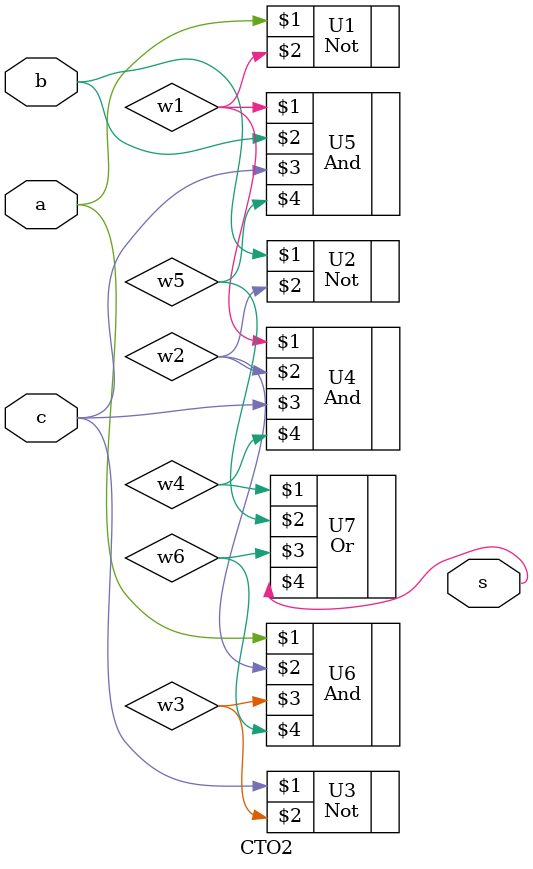
<source format=sv>

module CTO2(a,b,c,s);
  input a,b,c;
  output s;
  wire w1,w2,w3,w4,w5,w6;
  
  Not U1 (a,w1);
  Not U2 (b,w2);
  Not U3 (c,w3);
  And U4 (w1,w2,c,w4);
  And U5 (w1,b,c,w5);
  And U6 (a,w2,w3,w6);
  Or U7 (w4,w5,w6,s);
  
endmodule
</source>
